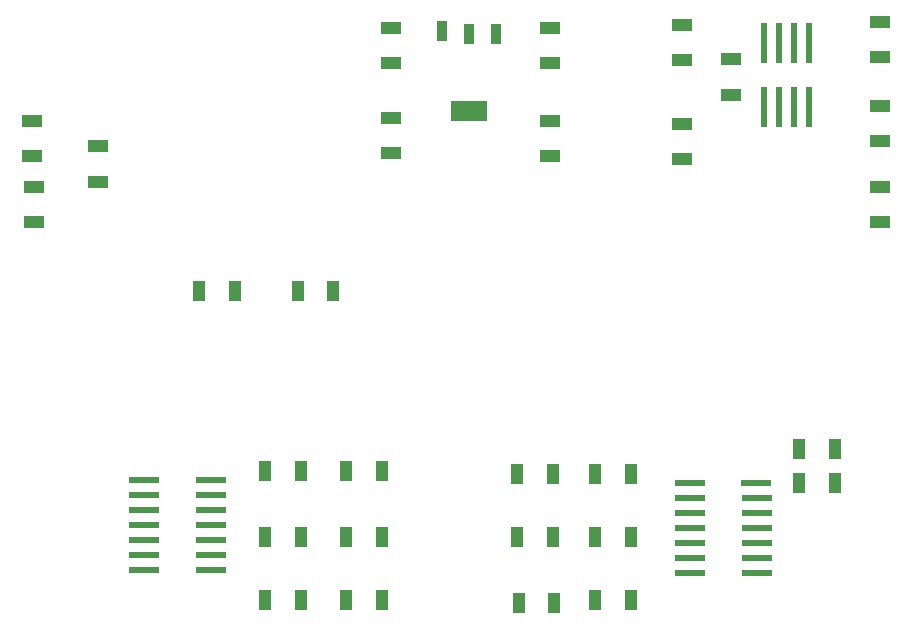
<source format=gtp>
G04*
G04 #@! TF.GenerationSoftware,Altium Limited,Altium Designer,24.1.2 (44)*
G04*
G04 Layer_Color=8421504*
%FSLAX44Y44*%
%MOMM*%
G71*
G04*
G04 #@! TF.SameCoordinates,F364B903-5596-4D6A-ADCC-369FF5D97E13*
G04*
G04*
G04 #@! TF.FilePolarity,Positive*
G04*
G01*
G75*
%ADD18R,0.8382X1.7000*%
%ADD19R,3.0988X1.7000*%
%ADD20R,1.8034X1.1176*%
%ADD21R,1.1176X1.8034*%
%ADD22R,0.6000X3.4000*%
%ADD23R,2.6500X0.6000*%
D18*
X431546Y576020D02*
D03*
X454660Y573520D02*
D03*
X477774D02*
D03*
D19*
X454660Y508520D02*
D03*
D20*
X635000Y497586D02*
D03*
Y467614D02*
D03*
X388620Y472694D02*
D03*
Y502666D02*
D03*
X802640Y583946D02*
D03*
Y553974D02*
D03*
Y512826D02*
D03*
Y482854D02*
D03*
Y414274D02*
D03*
Y444246D02*
D03*
X676910Y552196D02*
D03*
Y522224D02*
D03*
X523240Y548894D02*
D03*
Y578866D02*
D03*
X86360Y444246D02*
D03*
Y414274D02*
D03*
X140970Y448564D02*
D03*
Y478536D02*
D03*
X85090Y470154D02*
D03*
Y500126D02*
D03*
X388620Y578866D02*
D03*
Y548894D02*
D03*
X523240Y500126D02*
D03*
Y470154D02*
D03*
X635000Y551434D02*
D03*
Y581406D02*
D03*
D21*
X226314Y355600D02*
D03*
X256286D02*
D03*
X309880D02*
D03*
X339852D02*
D03*
X764286Y193040D02*
D03*
X734314D02*
D03*
Y222250D02*
D03*
X764286D02*
D03*
X312166Y203200D02*
D03*
X282194D02*
D03*
X380746D02*
D03*
X350774D02*
D03*
X561594Y200660D02*
D03*
X591566D02*
D03*
X495554D02*
D03*
X525526D02*
D03*
X312166Y147320D02*
D03*
X282194D02*
D03*
X380746D02*
D03*
X350774D02*
D03*
X561594D02*
D03*
X591566D02*
D03*
X495554D02*
D03*
X525526D02*
D03*
X312166Y93980D02*
D03*
X282194D02*
D03*
X380746D02*
D03*
X350774D02*
D03*
X561594D02*
D03*
X591566D02*
D03*
X496824Y91440D02*
D03*
X526796D02*
D03*
D22*
X704850Y565480D02*
D03*
X717550D02*
D03*
X730250D02*
D03*
X742950D02*
D03*
Y511480D02*
D03*
X730250D02*
D03*
X717550D02*
D03*
X704850D02*
D03*
D23*
X236220Y195580D02*
D03*
X236640Y182880D02*
D03*
Y170180D02*
D03*
Y157480D02*
D03*
Y144780D02*
D03*
Y132080D02*
D03*
Y119380D02*
D03*
X179920D02*
D03*
Y132080D02*
D03*
Y144780D02*
D03*
Y157480D02*
D03*
Y170180D02*
D03*
Y182880D02*
D03*
Y195580D02*
D03*
X698080Y193040D02*
D03*
X698500Y180340D02*
D03*
Y167640D02*
D03*
Y154940D02*
D03*
Y142240D02*
D03*
Y129540D02*
D03*
Y116840D02*
D03*
X641780D02*
D03*
Y129540D02*
D03*
Y142240D02*
D03*
Y154940D02*
D03*
Y167640D02*
D03*
Y180340D02*
D03*
Y193040D02*
D03*
M02*

</source>
